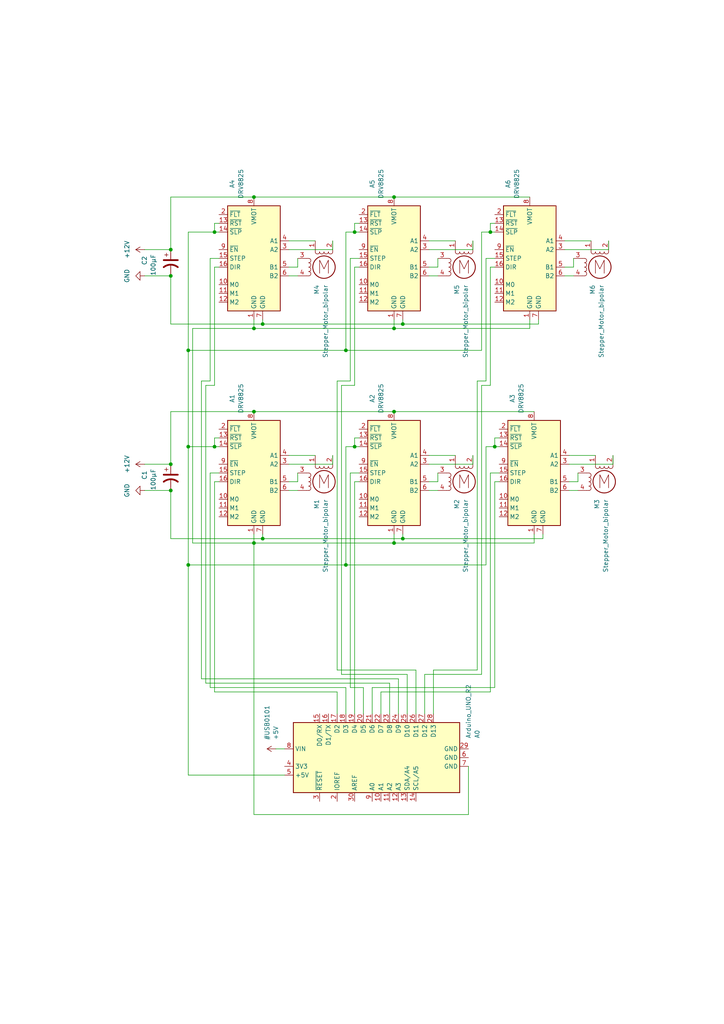
<source format=kicad_sch>
(kicad_sch (version 20231120) (generator "eeschema") (generator_version "8.0")
  (paper "A4" portrait)
  (title_block (title "PhantomMotorcontroler") (date "2024-04-01") (rev "v1"))
  (lib_symbols
    (symbol "Device:C_Polarized_US" (pin_numbers hide) (pin_names (offset 0.254) hide)
      (property "Reference" "C" (at 0.635 2.54 0))
      (property "Value" "C_Polarized_US" (at 0.635 -2.54 0))
      (symbol "C_Polarized_US_0_1"
        (polyline (pts (xy -2.032 0.762) (xy 2.032 0.762)) (stroke (width 0.508)))
        (polyline (pts (xy -1.778 2.286) (xy -0.762 2.286)))
        (polyline (pts (xy -1.27 1.778) (xy -1.27 2.794)))
        (arc (start 2.032 -1.27) (mid 0 -0.5572) (end -2.032 -1.27) (stroke (width 0.508)))
      )
      (symbol "C_Polarized_US_1_1"
        (pin passive line (at 0 3.81 270) (length 2.794) (name "~") (number "1"))
        (pin passive line (at 0 -3.81 90) (length 3.302) (name "~") (number "2"))
      )
    )
    (symbol "Driver_Motor:Pololu_Breakout_DRV8825"
      (property "Reference" "A" (at -2.54 16.51 0))
      (property "Value" "Pololu_Breakout_DRV8825" (at -2.54 13.97 0))
      (symbol "Pololu_Breakout_DRV8825_0_1"
        (rectangle (start 7.62 -17.78) (end -7.62 12.7) (stroke (width 0.254)) (fill (type background)))
      )
      (symbol "Pololu_Breakout_DRV8825_1_1"
        (pin power_in line (at 0 -20.32 90) (length 2.54) (name "GND") (number "1"))
        (pin input line (at -10.16 -10.16 0) (length 2.54) (name "M0") (number "10"))
        (pin input line (at -10.16 -12.7 0) (length 2.54) (name "M1") (number "11"))
        (pin input line (at -10.16 -15.24 0) (length 2.54) (name "M2") (number "12"))
        (pin input line (at -10.16 7.62 0) (length 2.54) (name "~{RST}") (number "13"))
        (pin input line (at -10.16 5.08 0) (length 2.54) (name "~{SLP}") (number "14"))
        (pin input line (at -10.16 -2.54 0) (length 2.54) (name "STEP") (number "15"))
        (pin input line (at -10.16 -5.08 0) (length 2.54) (name "DIR") (number "16"))
        (pin output line (at -10.16 10.16 0) (length 2.54) (name "~{FLT}") (number "2"))
        (pin output line (at 10.16 0 180) (length 2.54) (name "A2") (number "3"))
        (pin output line (at 10.16 2.54 180) (length 2.54) (name "A1") (number "4"))
        (pin output line (at 10.16 -5.08 180) (length 2.54) (name "B1") (number "5"))
        (pin output line (at 10.16 -7.62 180) (length 2.54) (name "B2") (number "6"))
        (pin power_in line (at 2.54 -20.32 90) (length 2.54) (name "GND") (number "7"))
        (pin power_in line (at 0 15.24 270) (length 2.54) (name "VMOT") (number "8"))
        (pin input line (at -10.16 0 0) (length 2.54) (name "~{EN}") (number "9"))
      )
    )
    (symbol "MCU_Module:Arduino_UNO_R2"
      (property "Reference" "A" (at -10.16 23.495 0))
      (property "Value" "Arduino_UNO_R2" (at 5.08 -26.67 0))
      (symbol "Arduino_UNO_R2_0_1"
        (rectangle (start -10.16 22.86) (end 10.16 -25.4) (stroke (width 0.254)) (fill (type background)))
      )
      (symbol "Arduino_UNO_R2_1_1"
        (pin no_connect line (at -10.16 -20.32 0) (length 2.54) hide (name "NC") (number "1"))
        (pin bidirectional line (at 12.7 -2.54 180) (length 2.54) (name "A1") (number "10"))
        (pin bidirectional line (at 12.7 -5.08 180) (length 2.54) (name "A2") (number "11"))
        (pin bidirectional line (at 12.7 -7.62 180) (length 2.54) (name "A3") (number "12"))
        (pin bidirectional line (at 12.7 -10.16 180) (length 2.54) (name "SDA/A4") (number "13"))
        (pin bidirectional line (at 12.7 -12.7 180) (length 2.54) (name "SCL/A5") (number "14"))
        (pin bidirectional line (at -12.7 15.24 0) (length 2.54) (name "D0/RX") (number "15"))
        (pin bidirectional line (at -12.7 12.7 0) (length 2.54) (name "D1/TX") (number "16"))
        (pin bidirectional line (at -12.7 10.16 0) (length 2.54) (name "D2") (number "17"))
        (pin bidirectional line (at -12.7 7.62 0) (length 2.54) (name "D3") (number "18"))
        (pin bidirectional line (at -12.7 5.08 0) (length 2.54) (name "D4") (number "19"))
        (pin output line (at 12.7 10.16 180) (length 2.54) (name "IOREF") (number "2"))
        (pin bidirectional line (at -12.7 2.54 0) (length 2.54) (name "D5") (number "20"))
        (pin bidirectional line (at -12.7 0 0) (length 2.54) (name "D6") (number "21"))
        (pin bidirectional line (at -12.7 -2.54 0) (length 2.54) (name "D7") (number "22"))
        (pin bidirectional line (at -12.7 -5.08 0) (length 2.54) (name "D8") (number "23"))
        (pin bidirectional line (at -12.7 -7.62 0) (length 2.54) (name "D9") (number "24"))
        (pin bidirectional line (at -12.7 -10.16 0) (length 2.54) (name "D10") (number "25"))
        (pin bidirectional line (at -12.7 -12.7 0) (length 2.54) (name "D11") (number "26"))
        (pin bidirectional line (at -12.7 -15.24 0) (length 2.54) (name "D12") (number "27"))
        (pin bidirectional line (at -12.7 -17.78 0) (length 2.54) (name "D13") (number "28"))
        (pin power_in line (at -2.54 -27.94 90) (length 2.54) (name "GND") (number "29"))
        (pin input line (at 12.7 15.24 180) (length 2.54) (name "~{RESET}") (number "3"))
        (pin input line (at 12.7 5.08 180) (length 2.54) (name "AREF") (number "30"))
        (pin power_out line (at 2.54 25.4 270) (length 2.54) (name "3V3") (number "4"))
        (pin power_out line (at 5.08 25.4 270) (length 2.54) (name "+5V") (number "5"))
        (pin power_in line (at 0 -27.94 90) (length 2.54) (name "GND") (number "6"))
        (pin power_in line (at 2.54 -27.94 90) (length 2.54) (name "GND") (number "7"))
        (pin power_in line (at -2.54 25.4 270) (length 2.54) (name "VIN") (number "8"))
        (pin bidirectional line (at 12.7 0 180) (length 2.54) (name "A0") (number "9"))
      )
    )
    (symbol "Motor:Stepper_Motor_bipolar" (pin_names (offset 0) hide)
      (property "Reference" "M" (at 3.81 2.54 0))
      (property "Value" "Stepper_Motor_bipolar" (at 3.81 1.27 0))
      (symbol "Stepper_Motor_bipolar_0_0"
        (polyline (pts (xy -1.27 -1.778) (xy -1.27 2.032) (xy 0 -0.508) (xy 1.27 2.032) (xy 1.27 -1.778)))
      )
      (symbol "Stepper_Motor_bipolar_0_1"
        (arc (start -4.445 -2.54) (mid -3.8127 -1.905) (end -4.445 -1.27))
        (arc (start -4.445 -1.27) (mid -3.8127 -0.635) (end -4.445 0))
        (arc (start -4.445 0) (mid -3.8127 0.635) (end -4.445 1.27))
        (arc (start -4.445 1.27) (mid -3.8127 1.905) (end -4.445 2.54))
        (arc (start -2.54 4.445) (mid -1.905 3.8127) (end -1.27 4.445))
        (arc (start -1.27 4.445) (mid -0.635 3.8127) (end 0 4.445))
        (polyline (pts (xy -5.08 -2.54) (xy -4.445 -2.54)))
        (polyline (pts (xy -5.08 2.54) (xy -4.445 2.54)))
        (polyline (pts (xy -2.54 5.08) (xy -2.54 4.445)))
        (polyline (pts (xy 2.54 5.08) (xy 2.54 4.445)))
        (circle (center 0 0) (radius 3.2512) (stroke (width 0.254)))
        (arc (start 0 4.445) (mid 0.635 3.8127) (end 1.27 4.445))
        (arc (start 1.27 4.445) (mid 1.905 3.8127) (end 2.54 4.445))
      )
      (symbol "Stepper_Motor_bipolar_1_1"
        (pin passive line (at -2.54 7.62 270) (length 2.54) (name "~") (number "1"))
        (pin passive line (at 2.54 7.62 270) (length 2.54) (name "-") (number "2"))
        (pin passive line (at -7.62 2.54 0) (length 2.54) (name "~") (number "3"))
        (pin passive line (at -7.62 -2.54 0) (length 2.54) (name "~") (number "4"))
      )
    )
    (symbol "power:+12V" (power) (pin_numbers hide) (pin_names (offset 0) hide)
      (property "Value" "+12V" (at 0 3.556 0))
      (symbol "+12V_0_1"
        (polyline (pts (xy -0.762 1.27) (xy 0 2.54)))
        (polyline (pts (xy 0 0) (xy 0 2.54)))
        (polyline (pts (xy 0 2.54) (xy 0.762 1.27)))
      )
      (symbol "+12V_1_1"
        (pin power_in line (at 0 0 90) (length 0) (name "~") (number "1"))
      )
    )
    (symbol "power:+5V" (power) (pin_numbers hide) (pin_names (offset 0) hide)
      (property "Value" "+5V" (at 0 3.556 0))
      (symbol "+5V_0_1"
        (polyline (pts (xy -0.762 1.27) (xy 0 2.54)))
        (polyline (pts (xy 0 0) (xy 0 2.54)))
        (polyline (pts (xy 0 2.54) (xy 0.762 1.27)))
      )
      (symbol "+5V_1_1"
        (pin power_in line (at 0 0 90) (length 0) (name "~") (number "1"))
      )
    )
    (symbol "power:GND" (power) (pin_numbers hide) (pin_names (offset 0) hide)
      (property "Value" "GND" (at 0 -3.81 0))
      (symbol "GND_0_1"
        (polyline (pts (xy 0 0) (xy 0 -1.27) (xy 1.27 -1.27) (xy 0 -2.54) (xy -1.27 -1.27) (xy 0 -1.27)))
      )
      (symbol "GND_1_1"
        (pin power_in line (at 0 0 270) (length 0) (name "~") (number "1"))
      )
    )
  )
  (junction (at 102.87 67.31))
  (junction (at 54.61 129.54))
  (junction (at 73.66 95.25))
  (junction (at 62.23 67.31))
  (junction (at 100.33 163.83))
  (junction (at 116.84 93.98))
  (junction (at 116.84 156.21))
  (junction (at 73.66 57.15))
  (junction (at 73.66 119.38))
  (junction (at 114.3 95.25))
  (junction (at 49.53 134.62))
  (junction (at 49.53 80.01))
  (junction (at 73.66 157.48))
  (junction (at 49.53 142.24))
  (junction (at 114.3 57.15))
  (junction (at 54.61 163.83))
  (junction (at 114.3 157.48))
  (junction (at 102.87 129.54))
  (junction (at 76.2 156.21))
  (junction (at 142.24 67.31))
  (junction (at 100.33 101.6))
  (junction (at 143.51 129.54))
  (junction (at 54.61 101.6))
  (junction (at 76.2 93.98))
  (junction (at 49.53 72.39))
  (junction (at 114.3 119.38))
  (junction (at 62.23 129.54))
  (wire (pts (xy 62.23 129.54) (xy 63.5 129.54)))
  (wire (pts (xy 58.42 110.49) (xy 58.42 196.85)))
  (wire (pts (xy 101.6 74.93) (xy 101.6 110.49)))
  (wire (pts (xy 104.14 74.93) (xy 101.6 74.93)))
  (wire (pts (xy 143.51 139.7) (xy 143.51 199.39)))
  (wire (pts (xy 86.36 139.7) (xy 86.36 137.16)))
  (wire (pts (xy 163.83 80.01) (xy 166.37 80.01)))
  (wire (pts (xy 177.8 134.62) (xy 177.8 132.08)))
  (wire (pts (xy 114.3 92.71) (xy 114.3 95.25)))
  (wire (pts (xy 54.61 101.6) (xy 54.61 67.31)))
  (wire (pts (xy 102.87 129.54) (xy 102.87 127)))
  (wire (pts (xy 124.46 80.01) (xy 127 80.01)))
  (wire (pts (xy 167.64 139.7) (xy 167.64 137.16)))
  (wire (pts (xy 100.33 67.31) (xy 100.33 101.6)))
  (wire (pts (xy 157.48 154.94) (xy 157.48 156.21)))
  (wire (pts (xy 139.7 195.58) (xy 123.19 195.58)))
  (wire (pts (xy 80.01 217.17) (xy 82.55 217.17)))
  (wire (pts (xy 99.06 195.58) (xy 118.11 195.58)))
  (wire (pts (xy 97.79 110.49) (xy 97.79 194.31)))
  (wire (pts (xy 101.6 199.39) (xy 105.41 199.39)))
  (wire (pts (xy 163.83 69.85) (xy 171.45 69.85)))
  (wire (pts (xy 123.19 195.58) (xy 123.19 207.01)))
  (wire (pts (xy 163.83 72.39) (xy 176.53 72.39)))
  (wire (pts (xy 60.96 137.16) (xy 60.96 199.39)))
  (wire (pts (xy 63.5 77.47) (xy 62.23 77.47)))
  (wire (pts (xy 49.53 93.98) (xy 49.53 80.01)))
  (wire (pts (xy 144.78 137.16) (xy 142.24 137.16)))
  (wire (pts (xy 114.3 157.48) (xy 154.94 157.48)))
  (wire (pts (xy 140.97 129.54) (xy 143.51 129.54)))
  (wire (pts (xy 114.3 57.15) (xy 153.67 57.15)))
  (wire (pts (xy 62.23 129.54) (xy 62.23 127)))
  (wire (pts (xy 138.43 194.31) (xy 125.73 194.31)))
  (wire (pts (xy 143.51 67.31) (xy 142.24 67.31)))
  (wire (pts (xy 115.57 196.85) (xy 115.57 207.01)))
  (wire (pts (xy 62.23 67.31) (xy 62.23 64.77)))
  (wire (pts (xy 54.61 129.54) (xy 54.61 101.6)))
  (wire (pts (xy 101.6 110.49) (xy 97.79 110.49)))
  (wire (pts (xy 73.66 157.48) (xy 73.66 154.94)))
  (wire (pts (xy 114.3 154.94) (xy 114.3 157.48)))
  (wire (pts (xy 73.66 95.25) (xy 55.88 95.25)))
  (wire (pts (xy 110.49 200.66) (xy 110.49 207.01)))
  (wire (pts (xy 62.23 77.47) (xy 62.23 111.76)))
  (wire (pts (xy 139.7 111.76) (xy 139.7 195.58)))
  (wire (pts (xy 142.24 67.31) (xy 139.7 67.31)))
  (wire (pts (xy 154.94 154.94) (xy 154.94 157.48)))
  (wire (pts (xy 63.5 139.7) (xy 62.23 139.7)))
  (wire (pts (xy 144.78 139.7) (xy 143.51 139.7)))
  (wire (pts (xy 62.23 111.76) (xy 59.69 111.76)))
  (wire (pts (xy 124.46 77.47) (xy 127 77.47)))
  (wire (pts (xy 62.23 139.7) (xy 62.23 200.66)))
  (wire (pts (xy 124.46 132.08) (xy 132.08 132.08)))
  (wire (pts (xy 83.82 80.01) (xy 86.36 80.01)))
  (wire (pts (xy 59.69 198.12) (xy 113.03 198.12)))
  (wire (pts (xy 60.96 74.93) (xy 60.96 110.49)))
  (wire (pts (xy 102.87 111.76) (xy 99.06 111.76)))
  (wire (pts (xy 165.1 132.08) (xy 172.72 132.08)))
  (wire (pts (xy 142.24 137.16) (xy 142.24 200.66)))
  (wire (pts (xy 143.51 127) (xy 144.78 127)))
  (wire (pts (xy 102.87 67.31) (xy 104.14 67.31)))
  (wire (pts (xy 156.21 92.71) (xy 156.21 93.98)))
  (wire (pts (xy 157.48 156.21) (xy 116.84 156.21)))
  (wire (pts (xy 163.83 77.47) (xy 166.37 77.47)))
  (wire (pts (xy 156.21 93.98) (xy 116.84 93.98)))
  (wire (pts (xy 83.82 139.7) (xy 86.36 139.7)))
  (wire (pts (xy 102.87 129.54) (xy 100.33 129.54)))
  (wire (pts (xy 63.5 127) (xy 62.23 127)))
  (wire (pts (xy 124.46 134.62) (xy 137.16 134.62)))
  (wire (pts (xy 41.91 134.62) (xy 49.53 134.62)))
  (wire (pts (xy 135.89 222.25) (xy 135.89 236.22)))
  (wire (pts (xy 96.52 72.39) (xy 96.52 69.85)))
  (wire (pts (xy 165.1 139.7) (xy 167.64 139.7)))
  (wire (pts (xy 99.06 111.76) (xy 99.06 195.58)))
  (wire (pts (xy 142.24 111.76) (xy 142.24 77.47)))
  (wire (pts (xy 83.82 77.47) (xy 86.36 77.47)))
  (wire (pts (xy 153.67 92.71) (xy 153.67 95.25)))
  (wire (pts (xy 63.5 74.93) (xy 60.96 74.93)))
  (wire (pts (xy 118.11 195.58) (xy 118.11 207.01)))
  (wire (pts (xy 116.84 154.94) (xy 116.84 156.21)))
  (wire (pts (xy 83.82 134.62) (xy 96.52 134.62)))
  (wire (pts (xy 143.51 129.54) (xy 144.78 129.54)))
  (wire (pts (xy 73.66 57.15) (xy 114.3 57.15)))
  (wire (pts (xy 76.2 93.98) (xy 116.84 93.98)))
  (wire (pts (xy 124.46 142.24) (xy 127 142.24)))
  (wire (pts (xy 54.61 163.83) (xy 54.61 129.54)))
  (wire (pts (xy 127 77.47) (xy 127 74.93)))
  (wire (pts (xy 105.41 199.39) (xy 105.41 207.01)))
  (wire (pts (xy 102.87 207.01) (xy 102.87 139.7)))
  (wire (pts (xy 127 139.7) (xy 127 137.16)))
  (wire (pts (xy 63.5 137.16) (xy 60.96 137.16)))
  (wire (pts (xy 100.33 101.6) (xy 139.7 101.6)))
  (wire (pts (xy 114.3 119.38) (xy 154.94 119.38)))
  (wire (pts (xy 41.91 142.24) (xy 49.53 142.24)))
  (wire (pts (xy 114.3 95.25) (xy 153.67 95.25)))
  (wire (pts (xy 82.55 224.79) (xy 54.61 224.79)))
  (wire (pts (xy 55.88 95.25) (xy 55.88 157.48)))
  (wire (pts (xy 137.16 72.39) (xy 137.16 69.85)))
  (wire (pts (xy 58.42 196.85) (xy 115.57 196.85)))
  (wire (pts (xy 165.1 134.62) (xy 177.8 134.62)))
  (wire (pts (xy 137.16 134.62) (xy 137.16 132.08)))
  (wire (pts (xy 104.14 139.7) (xy 102.87 139.7)))
  (wire (pts (xy 140.97 110.49) (xy 138.43 110.49)))
  (wire (pts (xy 96.52 134.62) (xy 96.52 132.08)))
  (wire (pts (xy 62.23 67.31) (xy 63.5 67.31)))
  (wire (pts (xy 59.69 111.76) (xy 59.69 198.12)))
  (wire (pts (xy 97.79 194.31) (xy 120.65 194.31)))
  (wire (pts (xy 138.43 110.49) (xy 138.43 194.31)))
  (wire (pts (xy 140.97 129.54) (xy 140.97 163.83)))
  (wire (pts (xy 49.53 72.39) (xy 49.53 57.15)))
  (wire (pts (xy 140.97 163.83) (xy 100.33 163.83)))
  (wire (pts (xy 54.61 101.6) (xy 100.33 101.6)))
  (wire (pts (xy 100.33 129.54) (xy 100.33 163.83)))
  (wire (pts (xy 143.51 64.77) (xy 142.24 64.77)))
  (wire (pts (xy 49.53 134.62) (xy 49.53 119.38)))
  (wire (pts (xy 125.73 194.31) (xy 125.73 207.01)))
  (wire (pts (xy 143.51 74.93) (xy 140.97 74.93)))
  (wire (pts (xy 104.14 137.16) (xy 101.6 137.16)))
  (wire (pts (xy 120.65 194.31) (xy 120.65 207.01)))
  (wire (pts (xy 100.33 199.39) (xy 100.33 207.01)))
  (wire (pts (xy 60.96 110.49) (xy 58.42 110.49)))
  (wire (pts (xy 102.87 64.77) (xy 104.14 64.77)))
  (wire (pts (xy 102.87 77.47) (xy 102.87 111.76)))
  (wire (pts (xy 54.61 129.54) (xy 62.23 129.54)))
  (wire (pts (xy 100.33 163.83) (xy 54.61 163.83)))
  (wire (pts (xy 76.2 156.21) (xy 49.53 156.21)))
  (wire (pts (xy 102.87 129.54) (xy 104.14 129.54)))
  (wire (pts (xy 63.5 64.77) (xy 62.23 64.77)))
  (wire (pts (xy 76.2 154.94) (xy 76.2 156.21)))
  (wire (pts (xy 143.51 77.47) (xy 142.24 77.47)))
  (wire (pts (xy 165.1 142.24) (xy 167.64 142.24)))
  (wire (pts (xy 142.24 67.31) (xy 142.24 64.77)))
  (wire (pts (xy 49.53 57.15) (xy 73.66 57.15)))
  (wire (pts (xy 55.88 157.48) (xy 73.66 157.48)))
  (wire (pts (xy 143.51 199.39) (xy 107.95 199.39)))
  (wire (pts (xy 49.53 156.21) (xy 49.53 142.24)))
  (wire (pts (xy 166.37 77.47) (xy 166.37 74.93)))
  (wire (pts (xy 41.91 72.39) (xy 49.53 72.39)))
  (wire (pts (xy 73.66 119.38) (xy 114.3 119.38)))
  (wire (pts (xy 73.66 95.25) (xy 73.66 92.71)))
  (wire (pts (xy 86.36 77.47) (xy 86.36 74.93)))
  (wire (pts (xy 114.3 157.48) (xy 73.66 157.48)))
  (wire (pts (xy 60.96 199.39) (xy 100.33 199.39)))
  (wire (pts (xy 76.2 93.98) (xy 49.53 93.98)))
  (wire (pts (xy 102.87 67.31) (xy 100.33 67.31)))
  (wire (pts (xy 139.7 67.31) (xy 139.7 101.6)))
  (wire (pts (xy 143.51 129.54) (xy 143.51 127)))
  (wire (pts (xy 124.46 72.39) (xy 137.16 72.39)))
  (wire (pts (xy 101.6 137.16) (xy 101.6 199.39)))
  (wire (pts (xy 124.46 139.7) (xy 127 139.7)))
  (wire (pts (xy 83.82 72.39) (xy 96.52 72.39)))
  (wire (pts (xy 76.2 92.71) (xy 76.2 93.98)))
  (wire (pts (xy 107.95 199.39) (xy 107.95 207.01)))
  (wire (pts (xy 102.87 127) (xy 104.14 127)))
  (wire (pts (xy 54.61 224.79) (xy 54.61 163.83)))
  (wire (pts (xy 97.79 200.66) (xy 97.79 207.01)))
  (wire (pts (xy 49.53 119.38) (xy 73.66 119.38)))
  (wire (pts (xy 73.66 236.22) (xy 73.66 157.48)))
  (wire (pts (xy 102.87 67.31) (xy 102.87 64.77)))
  (wire (pts (xy 114.3 95.25) (xy 73.66 95.25)))
  (wire (pts (xy 176.53 72.39) (xy 176.53 69.85)))
  (wire (pts (xy 140.97 74.93) (xy 140.97 110.49)))
  (wire (pts (xy 54.61 67.31) (xy 62.23 67.31)))
  (wire (pts (xy 76.2 156.21) (xy 116.84 156.21)))
  (wire (pts (xy 142.24 111.76) (xy 139.7 111.76)))
  (wire (pts (xy 104.14 77.47) (xy 102.87 77.47)))
  (wire (pts (xy 41.91 80.01) (xy 49.53 80.01)))
  (wire (pts (xy 83.82 69.85) (xy 91.44 69.85)))
  (wire (pts (xy 142.24 200.66) (xy 110.49 200.66)))
  (wire (pts (xy 62.23 200.66) (xy 97.79 200.66)))
  (wire (pts (xy 83.82 142.24) (xy 86.36 142.24)))
  (wire (pts (xy 116.84 92.71) (xy 116.84 93.98)))
  (wire (pts (xy 135.89 236.22) (xy 73.66 236.22)))
  (wire (pts (xy 83.82 132.08) (xy 91.44 132.08)))
  (wire (pts (xy 124.46 69.85) (xy 132.08 69.85)))
  (wire (pts (xy 113.03 198.12) (xy 113.03 207.01)))
  (symbol (lib_id "Motor:Stepper_Motor_bipolar") (at 134.62 77.47 0) (unit 1)
    (property "Reference" "M5" (at 132.499 82.55 90) (effects (justify right)))
    (property "Value" "Stepper_Motor_bipolar" (at 135.039 82.55 90) (effects (justify right)))
    (property "Datasheet" "http://www.infineon.com/dgdl/Application-Note-TLE8110EE_driving_UniPolarStepperMotor_V1.1.pdf?fileId=db3a30431be39b97011be5d0aa0a00b0" (effects (hide yes)))
    (property "Description" "4-wire bipolar stepper motor" (effects (hide yes)))
  )
  (symbol (lib_id "Device:C_Polarized_US") (at 49.53 76.2 0) (unit 1)
    (property "Reference" "C2" (at 41.91 75.565 90))
    (property "Value" "100μF" (at 44.45 76.835 90))
    (property "Description" "Polarized capacitor, US symbol" (effects (hide yes)))
  )
  (symbol (lib_id "power:+5V") (at 80.01 217.17 90) (unit 1)
    (property "Reference" "USB" (at 77.4699 214.63 0) (effects (justify left)))
    (property "Value" "+5V" (at 80.0099 214.63 0) (effects (justify left)))
    (property "Description" "Power symbol creates a global label with name \"+5V\"" (effects (hide yes)))
  )
  (symbol (lib_id "Device:C_Polarized_US") (at 49.53 138.43 0) (unit 1)
    (property "Reference" "C1" (at 41.91 137.795 90))
    (property "Value" "100μF" (at 44.45 139.065 90))
    (property "Description" "Polarized capacitor, US symbol" (effects (hide yes)))
  )
  (symbol (lib_id "Motor:Stepper_Motor_bipolar") (at 93.98 77.47 0) (unit 1)
    (property "Reference" "M4" (at 91.859 82.55 90) (effects (justify right)))
    (property "Value" "Stepper_Motor_bipolar" (at 94.399 82.55 90) (effects (justify right)))
    (property "Datasheet" "http://www.infineon.com/dgdl/Application-Note-TLE8110EE_driving_UniPolarStepperMotor_V1.1.pdf?fileId=db3a30431be39b97011be5d0aa0a00b0" (effects (hide yes)))
    (property "Description" "4-wire bipolar stepper motor" (effects (hide yes)))
  )
  (symbol (lib_id "power:GND") (at 41.91 142.24 270) (unit 1)
    (property "Reference" "#PWR01" (effects (hide yes)))
    (property "Value" "GND" (at 36.83 142.24 0))
    (property "Description" "Power symbol creates a global label with name \"GND\" , ground" (effects (hide yes)))
  )
  (symbol (lib_id "Motor:Stepper_Motor_bipolar") (at 93.98 139.7 0) (unit 1)
    (property "Reference" "M1" (at 91.859 144.78 90) (effects (justify right)))
    (property "Value" "Stepper_Motor_bipolar" (at 94.399 144.78 90) (effects (justify right)))
    (property "Datasheet" "http://www.infineon.com/dgdl/Application-Note-TLE8110EE_driving_UniPolarStepperMotor_V1.1.pdf?fileId=db3a30431be39b97011be5d0aa0a00b0" (effects (hide yes)))
    (property "Description" "4-wire bipolar stepper motor" (effects (hide yes)))
  )
  (symbol (lib_id "Driver_Motor:Pololu_Breakout_DRV8825") (at 73.66 134.62 0) (unit 1)
    (property "Reference" "A1" (at 67.3414 115.57 90))
    (property "Value" "DRV8825" (at 69.8814 115.57 90))
    (property "Footprint" "Module:Pololu_Breakout-16_15.2x20.3mm" (effects (hide yes)))
    (property "Datasheet" "https://www.pololu.com/product/2982" (effects (hide yes)))
    (property "Description" "Pololu Breakout Board, Stepper Driver DRV8825" (effects (hide yes)))
  )
  (symbol (lib_id "power:+12V") (at 41.91 134.62 90) (unit 1)
    (property "Reference" "#PWR04" (effects (hide yes)))
    (property "Value" "+12V" (at 36.83 134.62 0))
    (property "Description" "Power symbol creates a global label with name \"+12V\"" (effects (hide yes)))
  )
  (symbol (lib_id "Driver_Motor:Pololu_Breakout_DRV8825") (at 153.67 72.39 0) (unit 1)
    (property "Reference" "A6" (at 147.3514 53.34 90))
    (property "Value" "DRV8825" (at 149.8914 53.34 90))
    (property "Footprint" "Module:Pololu_Breakout-16_15.2x20.3mm" (effects (hide yes)))
    (property "Datasheet" "https://www.pololu.com/product/2982" (effects (hide yes)))
    (property "Description" "Pololu Breakout Board, Stepper Driver DRV8825" (effects (hide yes)))
  )
  (symbol (lib_id "Motor:Stepper_Motor_bipolar") (at 173.99 77.47 0) (unit 1)
    (property "Reference" "M6" (at 171.869 82.55 90) (effects (justify right)))
    (property "Value" "Stepper_Motor_bipolar" (at 174.409 82.55 90) (effects (justify right)))
    (property "Datasheet" "http://www.infineon.com/dgdl/Application-Note-TLE8110EE_driving_UniPolarStepperMotor_V1.1.pdf?fileId=db3a30431be39b97011be5d0aa0a00b0" (effects (hide yes)))
    (property "Description" "4-wire bipolar stepper motor" (effects (hide yes)))
  )
  (symbol (lib_id "MCU_Module:Arduino_UNO_R2") (at 107.95 219.71 90) (mirror x) (unit 1)
    (property "Reference" "A0" (at 138.43 214.1535 0) (effects (justify right)))
    (property "Value" "Arduino_UNO_R2" (at 135.89 214.1535 0) (effects (justify right)))
    (property "Footprint" "Module:Arduino_UNO_R2" (effects (hide yes)))
    (property "Datasheet" "https://www.arduino.cc/en/Main/arduinoBoardUno" (effects (hide yes)))
    (property "Description" "Arduino UNO Microcontroller Module, release 2" (effects (hide yes)))
  )
  (symbol (lib_id "Motor:Stepper_Motor_bipolar") (at 134.62 139.7 0) (unit 1)
    (property "Reference" "M2" (at 132.499 144.78 90) (effects (justify right)))
    (property "Value" "Stepper_Motor_bipolar" (at 135.039 144.78 90) (effects (justify right)))
    (property "Datasheet" "http://www.infineon.com/dgdl/Application-Note-TLE8110EE_driving_UniPolarStepperMotor_V1.1.pdf?fileId=db3a30431be39b97011be5d0aa0a00b0" (effects (hide yes)))
    (property "Description" "4-wire bipolar stepper motor" (effects (hide yes)))
  )
  (symbol (lib_id "Driver_Motor:Pololu_Breakout_DRV8825") (at 114.3 72.39 0) (unit 1)
    (property "Reference" "A5" (at 107.9814 53.34 90))
    (property "Value" "DRV8825" (at 110.5214 53.34 90))
    (property "Footprint" "Module:Pololu_Breakout-16_15.2x20.3mm" (effects (hide yes)))
    (property "Datasheet" "https://www.pololu.com/product/2982" (effects (hide yes)))
    (property "Description" "Pololu Breakout Board, Stepper Driver DRV8825" (effects (hide yes)))
  )
  (symbol (lib_id "Driver_Motor:Pololu_Breakout_DRV8825") (at 114.3 134.62 0) (unit 1)
    (property "Reference" "A2" (at 107.9814 115.57 90))
    (property "Value" "DRV8825" (at 110.5214 115.57 90))
    (property "Footprint" "Module:Pololu_Breakout-16_15.2x20.3mm" (effects (hide yes)))
    (property "Datasheet" "https://www.pololu.com/product/2982" (effects (hide yes)))
    (property "Description" "Pololu Breakout Board, Stepper Driver DRV8825" (effects (hide yes)))
  )
  (symbol (lib_id "power:+12V") (at 41.91 72.39 90) (unit 1)
    (property "Reference" "#PWR03" (effects (hide yes)))
    (property "Value" "+12V" (at 36.83 72.39 0))
    (property "Description" "Power symbol creates a global label with name \"+12V\"" (effects (hide yes)))
  )
  (symbol (lib_id "power:GND") (at 41.91 80.01 270) (unit 1)
    (property "Reference" "#PWR02" (effects (hide yes)))
    (property "Value" "GND" (at 36.83 80.01 0))
    (property "Description" "Power symbol creates a global label with name \"GND\" , ground" (effects (hide yes)))
  )
  (symbol (lib_id "Motor:Stepper_Motor_bipolar") (at 175.26 139.7 0) (unit 1)
    (property "Reference" "M3" (at 173.139 144.78 90) (effects (justify right)))
    (property "Value" "Stepper_Motor_bipolar" (at 175.679 144.78 90) (effects (justify right)))
    (property "Datasheet" "http://www.infineon.com/dgdl/Application-Note-TLE8110EE_driving_UniPolarStepperMotor_V1.1.pdf?fileId=db3a30431be39b97011be5d0aa0a00b0" (effects (hide yes)))
    (property "Description" "4-wire bipolar stepper motor" (effects (hide yes)))
  )
  (symbol (lib_id "Driver_Motor:Pololu_Breakout_DRV8825") (at 73.66 72.39 0) (unit 1)
    (property "Reference" "A4" (at 67.3414 53.34 90))
    (property "Value" "DRV8825" (at 69.8814 53.34 90))
    (property "Footprint" "Module:Pololu_Breakout-16_15.2x20.3mm" (effects (hide yes)))
    (property "Datasheet" "https://www.pololu.com/product/2982" (effects (hide yes)))
    (property "Description" "Pololu Breakout Board, Stepper Driver DRV8825" (effects (hide yes)))
  )
  (symbol (lib_id "Driver_Motor:Pololu_Breakout_DRV8825") (at 154.94 134.62 0) (unit 1)
    (property "Reference" "A3" (at 148.6214 115.57 90))
    (property "Value" "DRV8825" (at 151.1614 115.57 90))
    (property "Footprint" "Module:Pololu_Breakout-16_15.2x20.3mm" (effects (hide yes)))
    (property "Datasheet" "https://www.pololu.com/product/2982" (effects (hide yes)))
    (property "Description" "Pololu Breakout Board, Stepper Driver DRV8825" (effects (hide yes)))
  )
)
</source>
